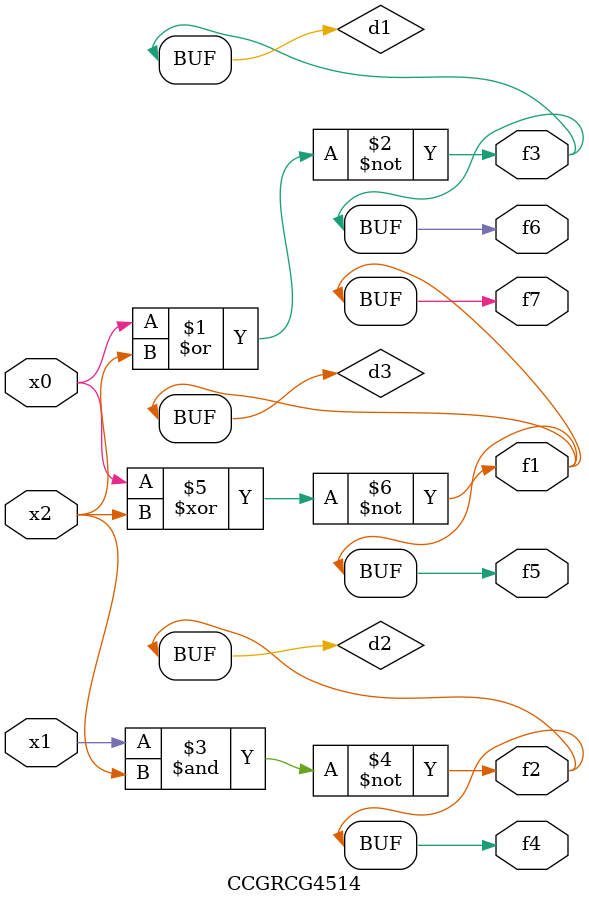
<source format=v>
module CCGRCG4514(
	input x0, x1, x2,
	output f1, f2, f3, f4, f5, f6, f7
);

	wire d1, d2, d3;

	nor (d1, x0, x2);
	nand (d2, x1, x2);
	xnor (d3, x0, x2);
	assign f1 = d3;
	assign f2 = d2;
	assign f3 = d1;
	assign f4 = d2;
	assign f5 = d3;
	assign f6 = d1;
	assign f7 = d3;
endmodule

</source>
